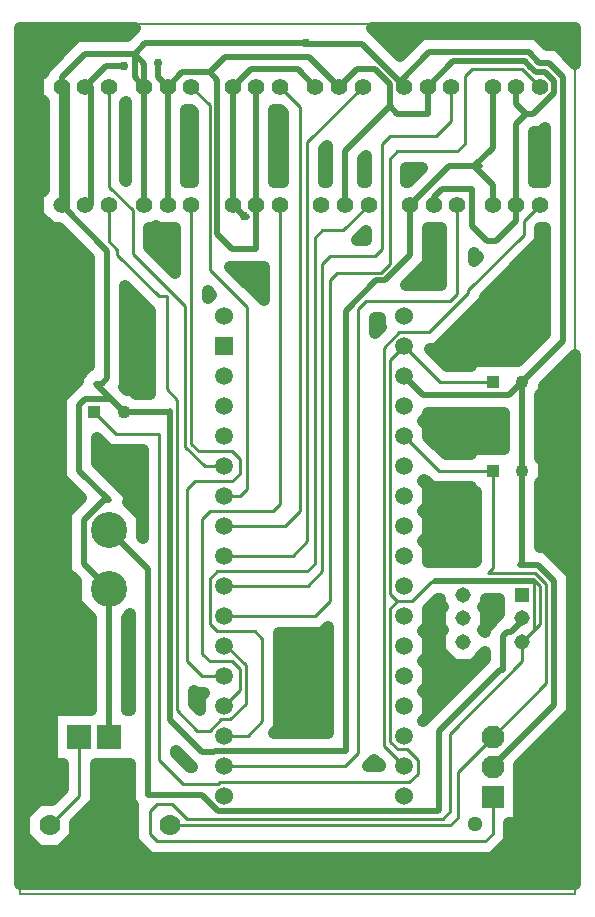
<source format=gbr>
G04 PROTEUS RS274X GERBER FILE*
%FSLAX45Y45*%
%MOMM*%
G01*
%ADD26C,0.254000*%
%ADD10C,0.508000*%
%ADD11C,0.762000*%
%ADD27C,1.016000*%
%ADD12R,1.510000X1.510000*%
%ADD13C,1.510000*%
%ADD14C,1.524000*%
%ADD15C,1.397000*%
%ADD16C,0.000000*%
%ADD17C,3.048000*%
%ADD18C,1.778000*%
%ADD19C,1.100000*%
%ADD70R,1.100000X1.100000*%
%ADD71R,1.308100X1.308100*%
%ADD20C,1.308100*%
%ADD21R,1.940000X1.940000*%
%ADD22C,0.254000*%
%ADD23C,1.940000*%
%ADD24R,2.032000X2.032000*%
%ADD25C,0.203200*%
G36*
X+9699000Y+9696636D02*
X+9542087Y+9853549D01*
X+9459876Y+9853549D01*
X+9369455Y+9943970D01*
X+8399190Y+9943970D01*
X+8216489Y+9761269D01*
X+7977759Y+10000000D01*
X+9699000Y+10000000D01*
X+9699000Y+9696636D01*
G37*
G36*
X+5950073Y+9975597D02*
X+5905875Y+9931399D01*
X+5484767Y+9931399D01*
X+5197601Y+9644233D01*
X+5197601Y+9625988D01*
X+5153151Y+9581538D01*
X+5153151Y+9418462D01*
X+5197601Y+9374012D01*
X+5197601Y+8625988D01*
X+5153151Y+8581538D01*
X+5153151Y+8568676D01*
X+5147601Y+8563126D01*
X+5147601Y+8436874D01*
X+5153151Y+8431324D01*
X+5153151Y+8418462D01*
X+5268462Y+8303151D01*
X+5331325Y+8303151D01*
X+5585101Y+8049375D01*
X+5585101Y+7137399D01*
X+5576874Y+7137399D01*
X+5487601Y+7048126D01*
X+5487601Y+7009616D01*
X+5487253Y+7009616D01*
X+5347601Y+6869964D01*
X+5347601Y+6186875D01*
X+5515642Y+6018834D01*
X+5391043Y+5894236D01*
X+5391043Y+5393433D01*
X+5470601Y+5313875D01*
X+5470601Y+5134269D01*
X+5597601Y+5007269D01*
X+5597601Y+4228599D01*
X+5271401Y+4228599D01*
X+5271401Y+3771401D01*
X+5360301Y+3771401D01*
X+5360301Y+3557865D01*
X+5268335Y+3465899D01*
X+5160572Y+3465899D01*
X+5034101Y+3339428D01*
X+5034101Y+3160572D01*
X+5160572Y+3034101D01*
X+5339428Y+3034101D01*
X+5465899Y+3160572D01*
X+5465899Y+3268335D01*
X+5639699Y+3442135D01*
X+5639699Y+3771401D01*
X+5933875Y+3771401D01*
X+5933875Y+3439238D01*
X+5956301Y+3416812D01*
X+5956301Y+3117135D01*
X+6101635Y+2971801D01*
X+8994365Y+2971801D01*
X+9139699Y+3117135D01*
X+9139699Y+3268001D01*
X+9223999Y+3268001D01*
X+9223999Y+3758475D01*
X+9671731Y+4206207D01*
X+9671731Y+5377890D01*
X+9443425Y+5606196D01*
X+9402399Y+5606196D01*
X+9402399Y+6145014D01*
X+9431999Y+6174614D01*
X+9431999Y+6325386D01*
X+9402399Y+6354986D01*
X+9402399Y+6895014D01*
X+9431999Y+6924614D01*
X+9431999Y+6966475D01*
X+9699000Y+7233476D01*
X+9699000Y+2750000D01*
X+5000000Y+2750000D01*
X+5000000Y+10000000D01*
X+5974476Y+10000000D01*
X+5950073Y+9975597D01*
G37*
G36*
X+5897601Y+8706500D02*
X+5889699Y+8714402D01*
X+5889699Y+9361312D01*
X+5897601Y+9369214D01*
X+5897601Y+8706500D01*
G37*
G36*
X+9444430Y+8696849D02*
X+9352399Y+8696849D01*
X+9352399Y+9118601D01*
X+9408279Y+9118601D01*
X+9444430Y+9154752D01*
X+9444430Y+8696849D01*
G37*
G36*
X+8281325Y+8696849D02*
X+8267699Y+8696849D01*
X+8267699Y+8813801D01*
X+8398277Y+8813801D01*
X+8281325Y+8696849D01*
G37*
G36*
X+7924801Y+8696849D02*
X+7902399Y+8696849D01*
X+7902399Y+8893375D01*
X+7924801Y+8915777D01*
X+7924801Y+8696849D01*
G37*
G36*
X+7597601Y+8956500D02*
X+7597601Y+8696849D01*
X+7569199Y+8696849D01*
X+7569199Y+8971635D01*
X+7597601Y+9000037D01*
X+7597601Y+8956500D01*
G37*
G36*
X+7226301Y+9276135D02*
X+7226301Y+8696849D01*
X+7152399Y+8696849D01*
X+7152399Y+9303151D01*
X+7199285Y+9303151D01*
X+7226301Y+9276135D01*
G37*
G36*
X+6464301Y+9288135D02*
X+6464301Y+8696849D01*
X+6402399Y+8696849D01*
X+6402399Y+9303151D01*
X+6449285Y+9303151D01*
X+6464301Y+9288135D01*
G37*
G36*
X+7924801Y+8204199D02*
X+7851763Y+8204199D01*
X+7924801Y+8277237D01*
X+7924801Y+8204199D01*
G37*
G36*
X+8845738Y+8083738D02*
X+8872622Y+8056854D01*
X+8839699Y+8023932D01*
X+8839699Y+8089777D01*
X+8845738Y+8083738D01*
G37*
G36*
X+6168462Y+8303151D02*
X+6310301Y+8303151D01*
X+6310301Y+7927902D01*
X+6091756Y+8146447D01*
X+6091756Y+8303151D01*
X+6131538Y+8303151D01*
X+6150000Y+8321613D01*
X+6168462Y+8303151D01*
G37*
G36*
X+8560301Y+7823199D02*
X+8266081Y+7823199D01*
X+8452399Y+8009517D01*
X+8452399Y+8303151D01*
X+8560301Y+8303151D01*
X+8560301Y+7823199D01*
G37*
G36*
X+6619112Y+7740480D02*
X+6589699Y+7711066D01*
X+6589699Y+7769893D01*
X+6619112Y+7740480D01*
G37*
G36*
X+7060301Y+7694419D02*
X+6779119Y+7975601D01*
X+7060301Y+7975601D01*
X+7060301Y+7694419D01*
G37*
G36*
X+8046801Y+7475832D02*
X+8054028Y+7468605D01*
X+8000141Y+7414718D01*
X+8000141Y+7543801D01*
X+8046801Y+7543801D01*
X+8046801Y+7475832D01*
G37*
G36*
X+9444430Y+7409954D02*
X+9216475Y+7181999D01*
X+8818001Y+7181999D01*
X+8818001Y+7139699D01*
X+8613865Y+7139699D01*
X+8468587Y+7284977D01*
X+8520773Y+7284977D01*
X+8932559Y+7696763D01*
X+8932559Y+7721664D01*
X+9403332Y+8192437D01*
X+9403332Y+8303151D01*
X+9444430Y+8303151D01*
X+9444430Y+7409954D01*
G37*
G36*
X+6072682Y+7629643D02*
X+6099654Y+7602671D01*
X+6099654Y+6902399D01*
X+5979986Y+6902399D01*
X+5950386Y+6931999D01*
X+5908526Y+6931999D01*
X+5880524Y+6960000D01*
X+5889899Y+6969375D01*
X+5889899Y+7812426D01*
X+6072682Y+7629643D01*
G37*
G36*
X+9097601Y+6431999D02*
X+8818001Y+6431999D01*
X+8818001Y+6389699D01*
X+8601865Y+6389699D01*
X+8452499Y+6539065D01*
X+8452499Y+6627878D01*
X+8409377Y+6671000D01*
X+8452499Y+6714122D01*
X+8452499Y+6737937D01*
X+9097601Y+6737937D01*
X+9097601Y+6431999D01*
G37*
G36*
X+5712661Y+6464775D02*
X+5753578Y+6423858D01*
X+6036656Y+6423858D01*
X+6036656Y+5679248D01*
X+6029399Y+5686505D01*
X+6029399Y+5866111D01*
X+5909260Y+5986250D01*
X+5929767Y+6035757D01*
X+5652399Y+6313125D01*
X+5652399Y+6525037D01*
X+5712661Y+6464775D01*
G37*
G36*
X+8445218Y+6151218D02*
X+8486135Y+6110301D01*
X+8818001Y+6110301D01*
X+8818001Y+6068001D01*
X+8860301Y+6068001D01*
X+8860301Y+5484384D01*
X+8849616Y+5473699D01*
X+8452499Y+5473699D01*
X+8452499Y+5611878D01*
X+8409377Y+5655000D01*
X+8452499Y+5698122D01*
X+8452499Y+5865878D01*
X+8409377Y+5909000D01*
X+8452499Y+5952122D01*
X+8452499Y+6119878D01*
X+8409377Y+6163000D01*
X+8421406Y+6175030D01*
X+8445218Y+6151218D01*
G37*
G36*
X+9057596Y+5079696D02*
X+9057596Y+5034877D01*
X+9054999Y+5034877D01*
X+8942404Y+4922282D01*
X+8942404Y+5079696D01*
X+8922100Y+5100000D01*
X+8942404Y+5120304D01*
X+8942404Y+5167086D01*
X+9057596Y+5167086D01*
X+9057596Y+5079696D01*
G37*
G36*
X+8937738Y+4884362D02*
X+8922100Y+4900000D01*
X+8937738Y+4915638D01*
X+8937738Y+4884362D01*
G37*
G36*
X+5933875Y+4228599D02*
X+5902399Y+4228599D01*
X+5902399Y+5007269D01*
X+5933875Y+5038745D01*
X+5933875Y+4228599D01*
G37*
G36*
X+6479135Y+4372301D02*
X+6553924Y+4372301D01*
X+6523501Y+4341878D01*
X+6523501Y+4225698D01*
X+6470176Y+4279023D01*
X+6470176Y+4381260D01*
X+6479135Y+4372301D01*
G37*
G36*
X+8557596Y+5120304D02*
X+8577900Y+5100000D01*
X+8557596Y+5079696D01*
X+8557596Y+4920304D01*
X+8577900Y+4900000D01*
X+8557596Y+4879696D01*
X+8557596Y+4720304D01*
X+8670304Y+4607596D01*
X+8829696Y+4607596D01*
X+8937738Y+4715638D01*
X+8937738Y+4653339D01*
X+8412388Y+4127989D01*
X+8409377Y+4131000D01*
X+8452499Y+4174122D01*
X+8452499Y+4341878D01*
X+8409377Y+4385000D01*
X+8452499Y+4428122D01*
X+8452499Y+4595878D01*
X+8409377Y+4639000D01*
X+8452499Y+4682122D01*
X+8452499Y+4849878D01*
X+8409377Y+4893000D01*
X+8452499Y+4936122D01*
X+8452499Y+5079935D01*
X+8539650Y+5167086D01*
X+8557596Y+5167086D01*
X+8557596Y+5120304D01*
G37*
G36*
X+7602134Y+4030163D02*
X+7148727Y+4030163D01*
X+7188199Y+4069635D01*
X+7188199Y+4880301D01*
X+7554365Y+4880301D01*
X+7602134Y+4928070D01*
X+7602134Y+4030163D01*
G37*
G36*
X+8047501Y+3754935D02*
X+8047501Y+3753343D01*
X+7947907Y+3753343D01*
X+7998500Y+3803936D01*
X+8047501Y+3754935D01*
G37*
G36*
X+6434173Y+3760092D02*
X+6455561Y+3738704D01*
X+6439177Y+3738704D01*
X+6316054Y+3861827D01*
X+6316054Y+3878211D01*
X+6434173Y+3760092D01*
G37*
G36*
X+8860301Y+3251199D02*
X+8838763Y+3251199D01*
X+8843199Y+3255635D01*
X+8843199Y+3268001D01*
X+8860301Y+3268001D01*
X+8860301Y+3251199D01*
G37*
D26*
X+6726000Y+6036000D02*
X+6858000Y+6036000D01*
X+6921500Y+6099500D01*
X+6921500Y+7635656D01*
X+6604000Y+7953156D01*
X+6604000Y+9346000D01*
X+6450000Y+9500000D01*
X+7200000Y+9500000D02*
X+7366000Y+9334000D01*
X+7366000Y+5905500D01*
X+7242500Y+5782000D01*
X+6726000Y+5782000D01*
X+7900000Y+9500000D02*
X+7429500Y+9029500D01*
X+7429500Y+5651500D01*
X+7306000Y+5528000D01*
X+6726000Y+5528000D01*
X+8650000Y+9500000D02*
X+8650000Y+9207500D01*
X+8523648Y+9081148D01*
X+8128000Y+9081148D01*
X+8064500Y+9017648D01*
X+8064500Y+8128000D01*
X+8001000Y+8064500D01*
X+7620000Y+8064500D01*
X+7556500Y+8001000D01*
X+7556500Y+5397500D01*
X+7433000Y+5274000D01*
X+6726000Y+5274000D01*
X+6450000Y+8500000D02*
X+6450000Y+6477000D01*
X+6513500Y+6413500D01*
X+6794500Y+6413500D01*
X+6858000Y+6350000D01*
X+6858000Y+6223000D01*
X+6794500Y+6159500D01*
X+6477000Y+6159500D01*
X+6413500Y+6096000D01*
X+6413500Y+4635500D01*
X+6537000Y+4512000D01*
X+6726000Y+4512000D01*
X+7200000Y+8500000D02*
X+7200000Y+5969000D01*
X+7136500Y+5905500D01*
X+6604000Y+5905500D01*
X+6540500Y+5842000D01*
X+6540500Y+4699000D01*
X+6604000Y+4635500D01*
X+6794500Y+4635500D01*
X+6858000Y+4572000D01*
X+6858000Y+4390000D01*
X+6726000Y+4258000D01*
X+7950000Y+8500000D02*
X+7736918Y+8286918D01*
X+7556500Y+8286918D01*
X+7493000Y+8223418D01*
X+7493000Y+5461000D01*
X+7429500Y+5397500D01*
X+6667500Y+5397500D01*
X+6604000Y+5334000D01*
X+6604000Y+4953000D01*
X+6667500Y+4889500D01*
X+6985000Y+4889500D01*
X+7048500Y+4826000D01*
X+7048500Y+4127500D01*
X+6925000Y+4004000D01*
X+6726000Y+4004000D01*
X+6726000Y+3750000D02*
X+7747000Y+3750000D01*
X+7860442Y+3863442D01*
X+7860442Y+7620000D01*
X+7923942Y+7683500D01*
X+8636000Y+7683500D01*
X+8700000Y+7747500D01*
X+8700000Y+8500000D01*
X+9250000Y+4800001D02*
X+9250000Y+4800000D01*
X+8250000Y+7306000D02*
X+8128000Y+7184000D01*
X+8128000Y+5207000D01*
X+8191500Y+5143500D01*
D10*
X+7000000Y+8500000D02*
X+7000000Y+8128000D01*
X+6794500Y+8128000D01*
X+6667500Y+8255000D01*
X+6667500Y+9560124D01*
X+6604000Y+9623624D01*
X+7000000Y+8500000D02*
X+7000000Y+9500000D01*
X+6250000Y+9500000D02*
X+6250000Y+8500000D01*
X+8128000Y+9334500D02*
X+7750000Y+8956500D01*
X+7750000Y+8500000D01*
X+8450000Y+9500000D02*
X+8450000Y+9271000D01*
X+8191500Y+9271000D01*
X+8128000Y+9334500D01*
X+6250000Y+9500000D02*
X+6373624Y+9623624D01*
X+6604000Y+9623624D01*
X+7700000Y+9500000D02*
X+7446433Y+9753567D01*
X+6733943Y+9753567D01*
X+6604000Y+9623624D01*
X+7700000Y+9500000D02*
X+7852000Y+9652000D01*
X+8001000Y+9652000D01*
X+8128000Y+9525000D01*
X+8128000Y+9334500D01*
X+6800000Y+9500000D02*
X+6800000Y+8500000D01*
X+7422132Y+9867835D02*
X+6057835Y+9867835D01*
X+5969000Y+9779000D01*
X+6050000Y+9500000D02*
X+6050000Y+9698000D01*
X+5969000Y+9779000D01*
X+6050000Y+9500000D02*
X+6050000Y+8500000D01*
X+6800000Y+9500000D02*
X+6952000Y+9652000D01*
X+7348000Y+9652000D01*
X+7500000Y+9500000D01*
X+7556500Y+9864263D02*
X+7810500Y+9864263D01*
X+7422132Y+9867835D02*
X+7422132Y+9864263D01*
X+7556500Y+9864263D01*
X+6800000Y+8500000D02*
X+6905332Y+8394668D01*
X+6919032Y+8394668D01*
X+6906387Y+8407313D01*
X+6896862Y+8407313D01*
X+8250000Y+9512234D02*
X+8250000Y+9500000D01*
X+7897971Y+9864263D02*
X+7810500Y+9864263D01*
D26*
X+9000000Y+4000000D02*
X+8703500Y+3703500D01*
X+8703500Y+3313500D01*
X+8640000Y+3250000D01*
X+6266000Y+3250000D01*
X+9250000Y+4800000D02*
X+9250000Y+4635500D01*
X+8640000Y+4025500D01*
X+8640000Y+3365500D01*
X+8576500Y+3302000D01*
X+6413500Y+3302000D01*
X+6286500Y+3429000D01*
X+6159500Y+3429000D01*
X+6096000Y+3365500D01*
X+6096000Y+3175000D01*
X+6159500Y+3111500D01*
X+8936500Y+3111500D01*
X+9000000Y+3175000D01*
X+9000000Y+3492000D01*
D10*
X+5875000Y+6750000D02*
X+6264597Y+6750000D01*
X+6266856Y+6752259D01*
X+6266856Y+4142933D01*
X+6541935Y+3867854D01*
X+6642387Y+3867854D01*
X+6652297Y+3877764D01*
X+7751798Y+3877764D01*
X+7754533Y+3875029D01*
X+7754533Y+7606101D01*
X+8012738Y+7864306D01*
X+8091664Y+7864306D01*
X+8300000Y+8072642D01*
X+8300000Y+8500000D01*
D26*
X+5625000Y+6750000D02*
X+5811443Y+6563557D01*
X+6176355Y+6563557D01*
X+6176355Y+3803962D01*
X+6381312Y+3599005D01*
X+6674108Y+3599005D01*
X+6688747Y+3613644D01*
X+8291801Y+3613644D01*
X+8365000Y+3686843D01*
X+8365000Y+3796993D01*
X+8271510Y+3890483D01*
X+8197960Y+3890483D01*
X+8131200Y+3957243D01*
X+8131200Y+5083200D01*
X+8191500Y+5143500D01*
X+8318500Y+5143500D01*
X+8481785Y+5306785D01*
X+9340315Y+5306785D01*
X+9354500Y+5292600D01*
X+9354500Y+4904501D01*
X+9354500Y+4904500D01*
X+9250000Y+4800000D01*
X+9354500Y+4904500D01*
X+9354500Y+4904501D01*
X+9402000Y+4952001D01*
X+9402000Y+5270500D01*
X+9338500Y+5334000D01*
X+8509000Y+5334000D01*
X+8481785Y+5306785D01*
D10*
X+5875000Y+6750000D02*
X+5767783Y+6857217D01*
X+5640000Y+6985000D01*
X+5767783Y+6857217D02*
X+5550378Y+6857217D01*
X+5500000Y+6806839D01*
X+5500000Y+6250000D01*
X+5750000Y+6000000D01*
X+5712331Y+6000000D01*
X+5543442Y+5831111D01*
X+5543442Y+5456558D01*
X+5750000Y+5250000D01*
X+5750000Y+5750380D02*
X+6086274Y+5414106D01*
X+6086274Y+3502363D01*
X+6536664Y+3502363D01*
X+6673563Y+3365464D01*
X+8533422Y+3365464D01*
X+8545523Y+3377565D01*
X+8545523Y+4045600D01*
X+8574887Y+4074964D01*
X+9065360Y+4565437D01*
X+9090137Y+4565437D01*
X+9090137Y+4854491D01*
X+9118124Y+4882478D01*
X+9154830Y+4882478D01*
X+9250000Y+4977648D01*
X+9250000Y+5000000D01*
D26*
X+5500000Y+4000000D02*
X+5500000Y+3500000D01*
X+5250000Y+3250000D01*
D10*
X+5750000Y+5250000D02*
X+5750000Y+4004000D01*
X+5754000Y+4000000D01*
X+5969000Y+9779000D02*
X+5969000Y+9581000D01*
X+6050000Y+9500000D01*
X+6165309Y+9698922D02*
X+6165309Y+9584691D01*
X+6250000Y+9500000D01*
X+5350000Y+9500000D02*
X+5350000Y+9581108D01*
X+5547892Y+9779000D01*
X+5969000Y+9779000D01*
X+5550000Y+9500000D02*
X+5723559Y+9673559D01*
X+5880156Y+9673559D01*
X+5350000Y+8500000D02*
X+5737500Y+8112500D01*
X+5737500Y+7032500D01*
X+5690000Y+6985000D01*
X+5640000Y+6985000D01*
X+5350000Y+9500000D02*
X+5350000Y+8500000D01*
X+5300000Y+8500000D01*
D26*
X+5750000Y+8500000D02*
X+5750000Y+8192758D01*
X+5821365Y+8121393D01*
X+5821365Y+8078524D01*
X+6171464Y+7728425D01*
X+6239353Y+7728425D01*
X+6239353Y+6939580D01*
X+6330477Y+6848456D01*
X+6330477Y+4221158D01*
X+6500885Y+4050750D01*
X+6608513Y+4050750D01*
X+6702225Y+4144462D01*
X+6777564Y+4144462D01*
X+6909868Y+4276766D01*
X+6909868Y+4601779D01*
X+6745647Y+4766000D01*
X+6726000Y+4766000D01*
D10*
X+5550000Y+9500000D02*
X+5600000Y+9500000D01*
X+5600000Y+8500000D01*
X+5550000Y+8500000D01*
X+5350000Y+9500000D02*
X+5400000Y+9500000D01*
X+5400000Y+8500000D01*
X+5350000Y+8500000D01*
D26*
X+5750000Y+9500000D02*
X+5750000Y+8656537D01*
X+5952057Y+8454480D01*
X+5952057Y+8088582D01*
X+6399214Y+7641425D01*
X+6399214Y+6452645D01*
X+6561859Y+6290000D01*
X+6726000Y+6290000D01*
X+9400000Y+9500000D02*
X+9248000Y+9652000D01*
X+8826500Y+9652000D01*
X+8763000Y+9588500D01*
X+8763000Y+9017000D01*
X+8699500Y+8953500D01*
X+8191500Y+8953500D01*
X+8128000Y+8890000D01*
X+8128000Y+8001000D01*
X+8054727Y+7927727D01*
X+7683500Y+7927727D01*
X+7620000Y+7864227D01*
X+7620000Y+5143500D01*
X+7496500Y+5020000D01*
X+6726000Y+5020000D01*
D10*
X+8840000Y+8826500D02*
X+9000000Y+8986500D01*
X+9000000Y+9500000D01*
X+8300000Y+8500000D02*
X+8626500Y+8826500D01*
X+8840000Y+8826500D01*
X+9200000Y+8500000D02*
X+9200000Y+9186500D01*
X+9284500Y+9271000D01*
X+9200000Y+8500000D02*
X+9200000Y+8361000D01*
X+9030500Y+8191500D01*
X+8953500Y+8191500D01*
X+8826500Y+8318500D01*
X+8826500Y+8636000D01*
X+8569850Y+8636000D01*
X+8500000Y+8566150D01*
X+8500000Y+8500000D01*
X+8890000Y+8826500D02*
X+8840000Y+8826500D01*
X+9000000Y+8666500D01*
X+9000000Y+8500000D01*
X+8450000Y+9500000D02*
X+8665471Y+9715471D01*
X+9274687Y+9715471D01*
X+9317535Y+9672623D01*
X+9317535Y+9672249D01*
X+9364762Y+9625022D01*
X+9447389Y+9625022D01*
X+9520639Y+9551772D01*
X+9520639Y+9446485D01*
X+9345154Y+9271000D01*
X+9284500Y+9271000D01*
X+9200000Y+9355500D01*
X+9200000Y+9500000D01*
D26*
X+9400000Y+8500000D02*
X+9263633Y+8363633D01*
X+9263633Y+8250302D01*
X+8792860Y+7779529D01*
X+8792860Y+7754628D01*
X+8462908Y+7424676D01*
X+8207663Y+7424676D01*
X+8076124Y+7293137D01*
X+8076124Y+3923876D01*
X+8250000Y+3750000D01*
X+9000000Y+6250000D02*
X+9000000Y+5426519D01*
X+8961284Y+5387803D01*
X+9356506Y+5387803D01*
X+9455877Y+5288432D01*
X+9455877Y+4455877D01*
X+9000000Y+4000000D01*
X+9000000Y+6250000D02*
X+8544000Y+6250000D01*
X+8250000Y+6544000D01*
X+9000000Y+7000000D02*
X+8556000Y+7000000D01*
X+8250000Y+7306000D01*
D10*
X+9250000Y+7000000D02*
X+9250000Y+6250000D01*
X+9250000Y+5476225D01*
X+9227572Y+5453797D01*
X+9380300Y+5453797D01*
X+9519332Y+5314765D01*
X+9519332Y+4269332D01*
X+9500000Y+4250000D01*
X+9000000Y+3750000D01*
X+9000000Y+3746000D01*
X+8250000Y+9500000D02*
X+8210372Y+9539628D01*
X+8216489Y+9545745D01*
X+8462315Y+9791571D01*
X+9306330Y+9791571D01*
X+9396751Y+9701150D01*
X+9478962Y+9701150D01*
X+9596829Y+9583283D01*
X+9596829Y+7346829D01*
X+9250000Y+7000000D01*
X+8250000Y+9512234D02*
X+8216489Y+9545745D01*
X+7897971Y+9864263D01*
X+9250000Y+7000000D02*
X+9140336Y+6890336D01*
X+8411664Y+6890336D01*
X+8250000Y+7052000D01*
D11*
X+6896862Y+8407313D03*
X+6800000Y+8500000D03*
X+7422132Y+9867835D03*
X+5880156Y+9673559D03*
X+6165309Y+9698922D03*
D27*
X+9699000Y+9696636D02*
X+9542087Y+9853549D01*
X+9459876Y+9853549D01*
X+9369455Y+9943970D01*
X+8399190Y+9943970D01*
X+8216489Y+9761269D01*
X+7977759Y+10000000D01*
X+9699000Y+10000000D01*
X+9699000Y+9696636D01*
X+5950073Y+9975597D02*
X+5905875Y+9931399D01*
X+5484767Y+9931399D01*
X+5197601Y+9644233D01*
X+5197601Y+9625988D01*
X+5153151Y+9581538D01*
X+5153151Y+9418462D01*
X+5197601Y+9374012D01*
X+5197601Y+8625988D01*
X+5153151Y+8581538D01*
X+5153151Y+8568676D01*
X+5147601Y+8563126D01*
X+5147601Y+8436874D01*
X+5153151Y+8431324D01*
X+5153151Y+8418462D01*
X+5268462Y+8303151D01*
X+5331325Y+8303151D01*
X+5585101Y+8049375D01*
X+5585101Y+7137399D01*
X+5576874Y+7137399D01*
X+5487601Y+7048126D01*
X+5487601Y+7009616D01*
X+5487253Y+7009616D01*
X+5347601Y+6869964D01*
X+5347601Y+6186875D01*
X+5515642Y+6018834D01*
X+5391043Y+5894236D01*
X+5391043Y+5393433D01*
X+5470601Y+5313875D01*
X+5470601Y+5134269D01*
X+5597601Y+5007269D01*
X+5597601Y+4228599D01*
X+5271401Y+4228599D01*
X+5271401Y+3771401D01*
X+5360301Y+3771401D01*
X+5360301Y+3557865D01*
X+5268335Y+3465899D01*
X+5160572Y+3465899D01*
X+5034101Y+3339428D01*
X+5034101Y+3160572D01*
X+5160572Y+3034101D01*
X+5339428Y+3034101D01*
X+5465899Y+3160572D01*
X+5465899Y+3268335D01*
X+5639699Y+3442135D01*
X+5639699Y+3771401D01*
X+5933875Y+3771401D01*
X+5933875Y+3439238D01*
X+5956301Y+3416812D01*
X+5956301Y+3117135D01*
X+6101635Y+2971801D01*
X+8994365Y+2971801D01*
X+9139699Y+3117135D01*
X+9139699Y+3268001D01*
X+9223999Y+3268001D01*
X+9223999Y+3758475D01*
X+9671731Y+4206207D01*
X+9671731Y+5377890D01*
X+9443425Y+5606196D01*
X+9402399Y+5606196D01*
X+9402399Y+6145014D01*
X+9431999Y+6174614D01*
X+9431999Y+6325386D01*
X+9402399Y+6354986D01*
X+9402399Y+6895014D01*
X+9431999Y+6924614D01*
X+9431999Y+6966475D01*
X+9699000Y+7233476D01*
X+9699000Y+2750000D01*
X+5000000Y+2750000D01*
X+5000000Y+10000000D01*
X+5974476Y+10000000D01*
X+5950073Y+9975597D01*
X+5897601Y+8706500D02*
X+5889699Y+8714402D01*
X+5889699Y+9361312D01*
X+5897601Y+9369214D01*
X+5897601Y+8706500D01*
X+9444430Y+8696849D02*
X+9352399Y+8696849D01*
X+9352399Y+9118601D01*
X+9408279Y+9118601D01*
X+9444430Y+9154752D01*
X+9444430Y+8696849D01*
X+8281325Y+8696849D02*
X+8267699Y+8696849D01*
X+8267699Y+8813801D01*
X+8398277Y+8813801D01*
X+8281325Y+8696849D01*
X+7924801Y+8696849D02*
X+7902399Y+8696849D01*
X+7902399Y+8893375D01*
X+7924801Y+8915777D01*
X+7924801Y+8696849D01*
X+7597601Y+8956500D02*
X+7597601Y+8696849D01*
X+7569199Y+8696849D01*
X+7569199Y+8971635D01*
X+7597601Y+9000037D01*
X+7597601Y+8956500D01*
X+7226301Y+9276135D02*
X+7226301Y+8696849D01*
X+7152399Y+8696849D01*
X+7152399Y+9303151D01*
X+7199285Y+9303151D01*
X+7226301Y+9276135D01*
X+6464301Y+9288135D02*
X+6464301Y+8696849D01*
X+6402399Y+8696849D01*
X+6402399Y+9303151D01*
X+6449285Y+9303151D01*
X+6464301Y+9288135D01*
X+7924801Y+8204199D02*
X+7851763Y+8204199D01*
X+7924801Y+8277237D01*
X+7924801Y+8204199D01*
X+8845738Y+8083738D02*
X+8872622Y+8056854D01*
X+8839699Y+8023932D01*
X+8839699Y+8089777D01*
X+8845738Y+8083738D01*
X+6168462Y+8303151D02*
X+6310301Y+8303151D01*
X+6310301Y+7927902D01*
X+6091756Y+8146447D01*
X+6091756Y+8303151D01*
X+6131538Y+8303151D01*
X+6150000Y+8321613D01*
X+6168462Y+8303151D01*
X+8560301Y+7823199D02*
X+8266081Y+7823199D01*
X+8452399Y+8009517D01*
X+8452399Y+8303151D01*
X+8560301Y+8303151D01*
X+8560301Y+7823199D01*
X+6619112Y+7740480D02*
X+6589699Y+7711066D01*
X+6589699Y+7769893D01*
X+6619112Y+7740480D01*
X+7060301Y+7694419D02*
X+6779119Y+7975601D01*
X+7060301Y+7975601D01*
X+7060301Y+7694419D01*
X+8046801Y+7475832D02*
X+8054028Y+7468605D01*
X+8000141Y+7414718D01*
X+8000141Y+7543801D01*
X+8046801Y+7543801D01*
X+8046801Y+7475832D01*
X+9444430Y+7409954D02*
X+9216475Y+7181999D01*
X+8818001Y+7181999D01*
X+8818001Y+7139699D01*
X+8613865Y+7139699D01*
X+8468587Y+7284977D01*
X+8520773Y+7284977D01*
X+8932559Y+7696763D01*
X+8932559Y+7721664D01*
X+9403332Y+8192437D01*
X+9403332Y+8303151D01*
X+9444430Y+8303151D01*
X+9444430Y+7409954D01*
X+6072682Y+7629643D02*
X+6099654Y+7602671D01*
X+6099654Y+6902399D01*
X+5979986Y+6902399D01*
X+5950386Y+6931999D01*
X+5908526Y+6931999D01*
X+5880524Y+6960000D01*
X+5889899Y+6969375D01*
X+5889899Y+7812426D01*
X+6072682Y+7629643D01*
X+9097601Y+6431999D02*
X+8818001Y+6431999D01*
X+8818001Y+6389699D01*
X+8601865Y+6389699D01*
X+8452499Y+6539065D01*
X+8452499Y+6627878D01*
X+8409377Y+6671000D01*
X+8452499Y+6714122D01*
X+8452499Y+6737937D01*
X+9097601Y+6737937D01*
X+9097601Y+6431999D01*
X+5712661Y+6464775D02*
X+5753578Y+6423858D01*
X+6036656Y+6423858D01*
X+6036656Y+5679248D01*
X+6029399Y+5686505D01*
X+6029399Y+5866111D01*
X+5909260Y+5986250D01*
X+5929767Y+6035757D01*
X+5652399Y+6313125D01*
X+5652399Y+6525037D01*
X+5712661Y+6464775D01*
X+8445218Y+6151218D02*
X+8486135Y+6110301D01*
X+8818001Y+6110301D01*
X+8818001Y+6068001D01*
X+8860301Y+6068001D01*
X+8860301Y+5484384D01*
X+8849616Y+5473699D01*
X+8452499Y+5473699D01*
X+8452499Y+5611878D01*
X+8409377Y+5655000D01*
X+8452499Y+5698122D01*
X+8452499Y+5865878D01*
X+8409377Y+5909000D01*
X+8452499Y+5952122D01*
X+8452499Y+6119878D01*
X+8409377Y+6163000D01*
X+8421406Y+6175030D01*
X+8445218Y+6151218D01*
X+9057596Y+5079696D02*
X+9057596Y+5034877D01*
X+9054999Y+5034877D01*
X+8942404Y+4922282D01*
X+8942404Y+5079696D01*
X+8922100Y+5100000D01*
X+8942404Y+5120304D01*
X+8942404Y+5167086D01*
X+9057596Y+5167086D01*
X+9057596Y+5079696D01*
X+8937738Y+4884362D02*
X+8922100Y+4900000D01*
X+8937738Y+4915638D01*
X+8937738Y+4884362D01*
X+5933875Y+4228599D02*
X+5902399Y+4228599D01*
X+5902399Y+5007269D01*
X+5933875Y+5038745D01*
X+5933875Y+4228599D01*
X+6479135Y+4372301D02*
X+6553924Y+4372301D01*
X+6523501Y+4341878D01*
X+6523501Y+4225698D01*
X+6470176Y+4279023D01*
X+6470176Y+4381260D01*
X+6479135Y+4372301D01*
X+8557596Y+5120304D02*
X+8577900Y+5100000D01*
X+8557596Y+5079696D01*
X+8557596Y+4920304D01*
X+8577900Y+4900000D01*
X+8557596Y+4879696D01*
X+8557596Y+4720304D01*
X+8670304Y+4607596D01*
X+8829696Y+4607596D01*
X+8937738Y+4715638D01*
X+8937738Y+4653339D01*
X+8412388Y+4127989D01*
X+8409377Y+4131000D01*
X+8452499Y+4174122D01*
X+8452499Y+4341878D01*
X+8409377Y+4385000D01*
X+8452499Y+4428122D01*
X+8452499Y+4595878D01*
X+8409377Y+4639000D01*
X+8452499Y+4682122D01*
X+8452499Y+4849878D01*
X+8409377Y+4893000D01*
X+8452499Y+4936122D01*
X+8452499Y+5079935D01*
X+8539650Y+5167086D01*
X+8557596Y+5167086D01*
X+8557596Y+5120304D01*
X+7602134Y+4030163D02*
X+7148727Y+4030163D01*
X+7188199Y+4069635D01*
X+7188199Y+4880301D01*
X+7554365Y+4880301D01*
X+7602134Y+4928070D01*
X+7602134Y+4030163D01*
X+8047501Y+3754935D02*
X+8047501Y+3753343D01*
X+7947907Y+3753343D01*
X+7998500Y+3803936D01*
X+8047501Y+3754935D01*
X+6434173Y+3760092D02*
X+6455561Y+3738704D01*
X+6439177Y+3738704D01*
X+6316054Y+3861827D01*
X+6316054Y+3878211D01*
X+6434173Y+3760092D01*
X+8860301Y+3251199D02*
X+8838763Y+3251199D01*
X+8843199Y+3255635D01*
X+8843199Y+3268001D01*
X+8860301Y+3268001D01*
X+8860301Y+3251199D01*
D12*
X+6726000Y+7306000D03*
D13*
X+6726000Y+7052000D03*
X+6726000Y+6798000D03*
X+6726000Y+6544000D03*
X+6726000Y+6290000D03*
X+6726000Y+6036000D03*
X+6726000Y+5782000D03*
X+6726000Y+5528000D03*
X+6726000Y+5274000D03*
X+6726000Y+5020000D03*
X+6726000Y+4766000D03*
X+6726000Y+4512000D03*
X+6726000Y+4258000D03*
X+6726000Y+4004000D03*
X+6726000Y+3750000D03*
X+8250000Y+3750000D03*
X+8250000Y+4004000D03*
X+8250000Y+4258000D03*
X+8250000Y+4512000D03*
X+8250000Y+4766000D03*
X+8250000Y+5020000D03*
X+8250000Y+5274000D03*
X+8250000Y+5528000D03*
X+8250000Y+5782000D03*
X+8250000Y+6036000D03*
X+8250000Y+6290000D03*
X+8250000Y+6544000D03*
X+8250000Y+6798000D03*
X+8250000Y+7052000D03*
X+8250000Y+7306000D03*
D14*
X+6726000Y+3496000D03*
X+8250000Y+3496000D03*
X+6726000Y+7560000D03*
X+8250000Y+7560000D03*
D15*
X+5750000Y+9500000D03*
D16*
X+5750000Y+9500000D03*
D15*
X+5550000Y+9500000D03*
D16*
X+5550000Y+9500000D03*
D15*
X+5350000Y+9500000D03*
D16*
X+5350000Y+9500000D03*
D15*
X+6450000Y+9500000D03*
D16*
X+6450000Y+9500000D03*
D15*
X+6250000Y+9500000D03*
D16*
X+6250000Y+9500000D03*
D15*
X+6050000Y+9500000D03*
D16*
X+6050000Y+9500000D03*
D15*
X+7200000Y+9500000D03*
D16*
X+7200000Y+9500000D03*
D15*
X+7000000Y+9500000D03*
D16*
X+7000000Y+9500000D03*
D15*
X+6800000Y+9500000D03*
D16*
X+6800000Y+9500000D03*
D15*
X+7900000Y+9500000D03*
D16*
X+7900000Y+9500000D03*
D15*
X+7700000Y+9500000D03*
D16*
X+7700000Y+9500000D03*
D15*
X+7500000Y+9500000D03*
D16*
X+7500000Y+9500000D03*
D15*
X+8650000Y+9500000D03*
D16*
X+8650000Y+9500000D03*
D15*
X+8450000Y+9500000D03*
D16*
X+8450000Y+9500000D03*
D15*
X+8250000Y+9500000D03*
D16*
X+8250000Y+9500000D03*
D15*
X+9400000Y+9500000D03*
D16*
X+9400000Y+9500000D03*
D15*
X+9200000Y+9500000D03*
D16*
X+9200000Y+9500000D03*
D15*
X+9000000Y+9500000D03*
D16*
X+9000000Y+9500000D03*
D15*
X+5750000Y+8500000D03*
D16*
X+5750000Y+8500000D03*
D15*
X+5550000Y+8500000D03*
D16*
X+5550000Y+8500000D03*
D15*
X+5350000Y+8500000D03*
D16*
X+5350000Y+8500000D03*
D15*
X+6450000Y+8500000D03*
D16*
X+6450000Y+8500000D03*
D15*
X+6250000Y+8500000D03*
D16*
X+6250000Y+8500000D03*
D15*
X+6050000Y+8500000D03*
D16*
X+6050000Y+8500000D03*
D15*
X+7200000Y+8500000D03*
D16*
X+7200000Y+8500000D03*
D15*
X+7000000Y+8500000D03*
D16*
X+7000000Y+8500000D03*
D15*
X+6800000Y+8500000D03*
D16*
X+6800000Y+8500000D03*
D15*
X+7950000Y+8500000D03*
D16*
X+7950000Y+8500000D03*
D15*
X+7750000Y+8500000D03*
D16*
X+7750000Y+8500000D03*
D15*
X+7550000Y+8500000D03*
D16*
X+7550000Y+8500000D03*
D15*
X+8700000Y+8500000D03*
D16*
X+8700000Y+8500000D03*
D15*
X+8500000Y+8500000D03*
D16*
X+8500000Y+8500000D03*
D15*
X+8300000Y+8500000D03*
D16*
X+8300000Y+8500000D03*
D15*
X+9400000Y+8500000D03*
D16*
X+9400000Y+8500000D03*
D15*
X+9200000Y+8500000D03*
D16*
X+9200000Y+8500000D03*
D15*
X+9000000Y+8500000D03*
D16*
X+9000000Y+8500000D03*
D17*
X+5750000Y+5250000D03*
X+5750000Y+5750380D03*
D18*
X+5250000Y+3250000D03*
X+6266000Y+3250000D03*
D19*
X+9250000Y+7000000D03*
D70*
X+9000000Y+7000000D03*
D19*
X+9250000Y+6250000D03*
D70*
X+9000000Y+6250000D03*
D19*
X+5875000Y+6750000D03*
D70*
X+5625000Y+6750000D03*
D71*
X+9250000Y+5200000D03*
D20*
X+9250000Y+5000000D03*
X+9250000Y+4800000D03*
X+8750000Y+5200000D03*
X+8750000Y+5000000D03*
X+8750000Y+4800000D03*
D21*
X+9000000Y+3492000D03*
D22*
X+9000000Y+3492000D03*
D23*
X+9000000Y+3746000D03*
X+9000000Y+4000000D03*
D24*
X+5500000Y+4000000D03*
X+5754000Y+4000000D03*
D25*
X+5000000Y+2667000D02*
X+9699000Y+2667000D01*
X+9699000Y+10033000D01*
X+5000000Y+10033000D01*
X+5000000Y+2667000D01*
M02*

</source>
